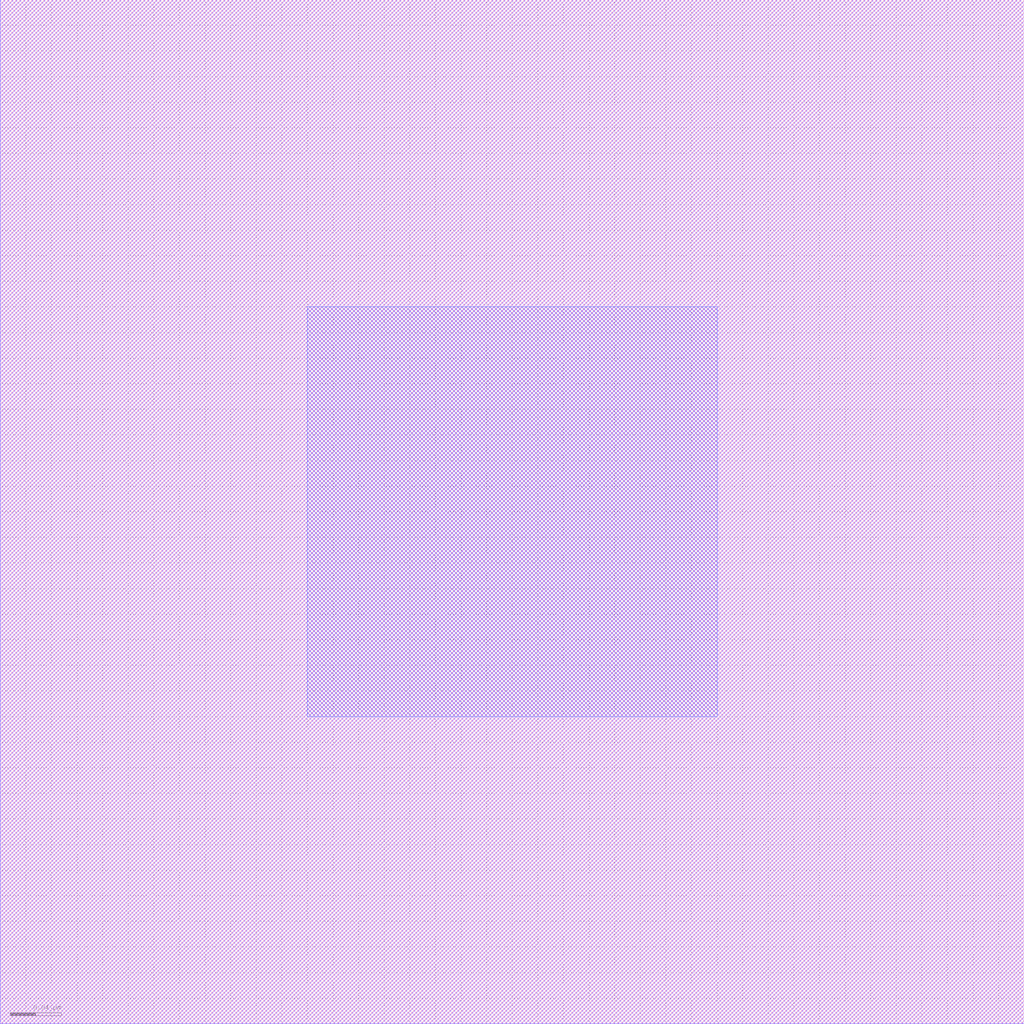
<source format=lef>
# Copyright 2020 The SkyWater PDK Authors
#
# Licensed under the Apache License, Version 2.0 (the "License");
# you may not use this file except in compliance with the License.
# You may obtain a copy of the License at
#
#     https://www.apache.org/licenses/LICENSE-2.0
#
# Unless required by applicable law or agreed to in writing, software
# distributed under the License is distributed on an "AS IS" BASIS,
# WITHOUT WARRANTIES OR CONDITIONS OF ANY KIND, either express or implied.
# See the License for the specific language governing permissions and
# limitations under the License.
#
# SPDX-License-Identifier: Apache-2.0

VERSION 5.7 ;
  NOWIREEXTENSIONATPIN ON ;
  DIVIDERCHAR "/" ;
  BUSBITCHARS "[]" ;
MACRO sky130_fd_pr__fuse_m3m4__example1
  CLASS BLOCK ;
  FOREIGN sky130_fd_pr__fuse_m3m4__example1 ;
  ORIGIN  0.000000  0.000000 ;
  SIZE  0.800000 BY  0.800000 ;
  OBS
    LAYER met3 ;
      RECT 0.000000 0.000000 0.800000 0.800000 ;
    LAYER met4 ;
      RECT 0.000000 0.000000 0.800000 0.800000 ;
    LAYER via3 ;
      RECT 0.240000 0.240000 0.560000 0.560000 ;
  END
END sky130_fd_pr__fuse_m3m4__example1
END LIBRARY

</source>
